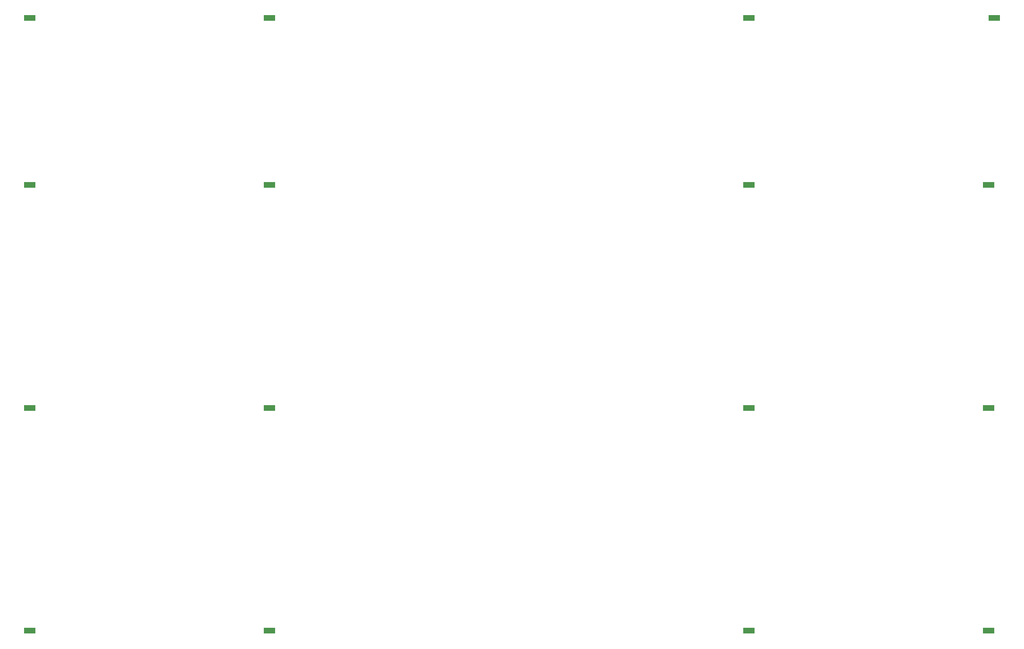
<source format=gbr>
%TF.GenerationSoftware,KiCad,Pcbnew,7.0.1*%
%TF.CreationDate,2025-05-28T16:08:48+02:00*%
%TF.ProjectId,federkontaktplatine_oben,66656465-726b-46f6-9e74-616b74706c61,rev?*%
%TF.SameCoordinates,Original*%
%TF.FileFunction,Paste,Bot*%
%TF.FilePolarity,Positive*%
%FSLAX46Y46*%
G04 Gerber Fmt 4.6, Leading zero omitted, Abs format (unit mm)*
G04 Created by KiCad (PCBNEW 7.0.1) date 2025-05-28 16:08:48*
%MOMM*%
%LPD*%
G01*
G04 APERTURE LIST*
%ADD10R,2.000000X1.000000*%
G04 APERTURE END LIST*
D10*
%TO.C,TP16*%
X190000000Y-28750000D03*
%TD*%
%TO.C,TP11*%
X104000000Y-98750000D03*
%TD*%
%TO.C,TP4*%
X190000000Y-98750000D03*
%TD*%
%TO.C,TP15*%
X234000000Y-28750000D03*
%TD*%
%TO.C,TP8*%
X104000000Y-28750000D03*
%TD*%
%TO.C,TP5*%
X233000000Y-58750000D03*
%TD*%
%TO.C,TP10*%
X61000000Y-58750000D03*
%TD*%
%TO.C,TP3*%
X233000000Y-98750000D03*
%TD*%
%TO.C,TP14*%
X61000000Y-138750000D03*
%TD*%
%TO.C,TP7*%
X61000000Y-28750000D03*
%TD*%
%TO.C,TP1*%
X233000000Y-138750000D03*
%TD*%
%TO.C,TP12*%
X61000000Y-98750000D03*
%TD*%
%TO.C,TP13*%
X104000000Y-138750000D03*
%TD*%
%TO.C,TP2*%
X190000000Y-138750000D03*
%TD*%
%TO.C,TP6*%
X190000000Y-58750000D03*
%TD*%
%TO.C,TP9*%
X104000000Y-58750000D03*
%TD*%
M02*

</source>
